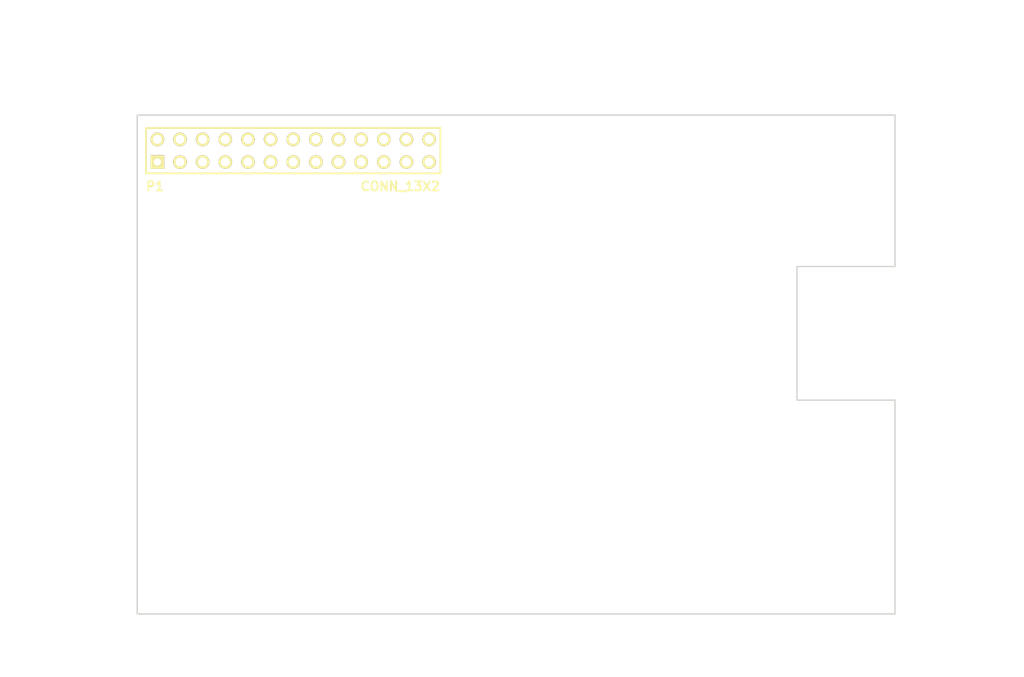
<source format=kicad_pcb>
(kicad_pcb (version 3) (host pcbnew "(2012-11-30 BZR 3829)-testing")

  (general
    (links 0)
    (no_connects 0)
    (area 127.606667 112.000001 242.964763 190.8)
    (thickness 1.6)
    (drawings 41)
    (tracks 0)
    (zones 0)
    (modules 1)
    (nets 4)
  )

  (page A3)
  (title_block
    (date "15 nov 2012")
  )

  (layers
    (15 F.Cu signal)
    (0 B.Cu signal)
    (16 B.Adhes user)
    (17 F.Adhes user)
    (18 B.Paste user)
    (19 F.Paste user)
    (20 B.SilkS user)
    (21 F.SilkS user)
    (22 B.Mask user)
    (23 F.Mask user)
    (24 Dwgs.User user)
    (25 Cmts.User user)
    (26 Eco1.User user)
    (27 Eco2.User user)
    (28 Edge.Cuts user)
  )

  (setup
    (last_trace_width 0.2)
    (trace_clearance 0.2)
    (zone_clearance 0.508)
    (zone_45_only no)
    (trace_min 0.1524)
    (segment_width 0.2)
    (edge_width 0.15)
    (via_size 0.9)
    (via_drill 0.6)
    (via_min_size 0.8)
    (via_min_drill 0.5)
    (uvia_size 0.5)
    (uvia_drill 0.1)
    (uvias_allowed no)
    (uvia_min_size 0.5)
    (uvia_min_drill 0.1)
    (pcb_text_width 0.3)
    (pcb_text_size 1 1)
    (mod_edge_width 0.15)
    (mod_text_size 1 1)
    (mod_text_width 0.15)
    (pad_size 1 1)
    (pad_drill 0.6)
    (pad_to_mask_clearance 0)
    (aux_axis_origin 143.5 181)
    (visible_elements 7FFFFFFF)
    (pcbplotparams
      (layerselection 3178497)
      (usegerberextensions true)
      (excludeedgelayer true)
      (linewidth 152400)
      (plotframeref false)
      (viasonmask false)
      (mode 1)
      (useauxorigin false)
      (hpglpennumber 1)
      (hpglpenspeed 20)
      (hpglpendiameter 15)
      (hpglpenoverlay 2)
      (psnegative false)
      (psa4output false)
      (plotreference true)
      (plotvalue true)
      (plotothertext true)
      (plotinvisibletext false)
      (padsonsilk false)
      (subtractmaskfromsilk false)
      (outputformat 1)
      (mirror false)
      (drillshape 1)
      (scaleselection 1)
      (outputdirectory ""))
  )

  (net 0 "")
  (net 1 +3.3V)
  (net 2 +5V)
  (net 3 GND)

  (net_class Default "This is the default net class."
    (clearance 0.2)
    (trace_width 0.2)
    (via_dia 0.9)
    (via_drill 0.6)
    (uvia_dia 0.5)
    (uvia_drill 0.1)
    (add_net "")
    (add_net +3.3V)
    (add_net +5V)
    (add_net GND)
  )

  (net_class Power ""
    (clearance 0.2)
    (trace_width 0.5)
    (via_dia 1)
    (via_drill 0.7)
    (uvia_dia 0.5)
    (uvia_drill 0.1)
  )

  (module pin_array_13x2 (layer F.Cu) (tedit 50A55E7A) (tstamp 50A55DA3)
    (at 161 129)
    (descr "Double rangee de contacts 2 x 12 pins")
    (tags CONN)
    (path /50A55ABA)
    (fp_text reference P1 (at -15.5 4) (layer F.SilkS)
      (effects (font (size 1.016 1.016) (thickness 0.2032)))
    )
    (fp_text value CONN_13X2 (at 12 4) (layer F.SilkS)
      (effects (font (size 1.016 1.016) (thickness 0.2032)))
    )
    (fp_line (start -16.51 2.54) (end 16.51 2.54) (layer F.SilkS) (width 0.2032))
    (fp_line (start 16.51 -2.54) (end -16.51 -2.54) (layer F.SilkS) (width 0.2032))
    (fp_line (start -16.51 -2.54) (end -16.51 2.54) (layer F.SilkS) (width 0.2032))
    (fp_line (start 16.51 2.54) (end 16.51 -2.54) (layer F.SilkS) (width 0.2032))
    (pad 1 thru_hole rect (at -15.24 1.27) (size 1.524 1.524) (drill 0.8128)
      (layers *.Cu *.Mask F.SilkS)
      (net 1 +3.3V)
    )
    (pad 2 thru_hole circle (at -15.24 -1.27) (size 1.524 1.524) (drill 1.016)
      (layers *.Cu *.Mask F.SilkS)
      (net 2 +5V)
    )
    (pad 3 thru_hole circle (at -12.7 1.27) (size 1.524 1.524) (drill 1.016)
      (layers *.Cu *.Mask F.SilkS)
    )
    (pad 4 thru_hole circle (at -12.7 -1.27) (size 1.524 1.524) (drill 1.016)
      (layers *.Cu *.Mask F.SilkS)
    )
    (pad 5 thru_hole circle (at -10.16 1.27) (size 1.524 1.524) (drill 1.016)
      (layers *.Cu *.Mask F.SilkS)
    )
    (pad 6 thru_hole circle (at -10.16 -1.27) (size 1.524 1.524) (drill 1.016)
      (layers *.Cu *.Mask F.SilkS)
      (net 3 GND)
    )
    (pad 7 thru_hole circle (at -7.62 1.27) (size 1.524 1.524) (drill 1.016)
      (layers *.Cu *.Mask F.SilkS)
    )
    (pad 8 thru_hole circle (at -7.62 -1.27) (size 1.524 1.524) (drill 1.016)
      (layers *.Cu *.Mask F.SilkS)
    )
    (pad 9 thru_hole circle (at -5.08 1.27) (size 1.524 1.524) (drill 1.016)
      (layers *.Cu *.Mask F.SilkS)
    )
    (pad 10 thru_hole circle (at -5.08 -1.27) (size 1.524 1.524) (drill 1.016)
      (layers *.Cu *.Mask F.SilkS)
    )
    (pad 11 thru_hole circle (at -2.54 1.27) (size 1.524 1.524) (drill 1.016)
      (layers *.Cu *.Mask F.SilkS)
    )
    (pad 12 thru_hole circle (at -2.54 -1.27) (size 1.524 1.524) (drill 1.016)
      (layers *.Cu *.Mask F.SilkS)
    )
    (pad 13 thru_hole circle (at 0 1.27) (size 1.524 1.524) (drill 1.016)
      (layers *.Cu *.Mask F.SilkS)
    )
    (pad 14 thru_hole circle (at 0 -1.27) (size 1.524 1.524) (drill 1.016)
      (layers *.Cu *.Mask F.SilkS)
    )
    (pad 15 thru_hole circle (at 2.54 1.27) (size 1.524 1.524) (drill 1.016)
      (layers *.Cu *.Mask F.SilkS)
    )
    (pad 16 thru_hole circle (at 2.54 -1.27) (size 1.524 1.524) (drill 1.016)
      (layers *.Cu *.Mask F.SilkS)
    )
    (pad 17 thru_hole circle (at 5.08 1.27) (size 1.524 1.524) (drill 1.016)
      (layers *.Cu *.Mask F.SilkS)
    )
    (pad 18 thru_hole circle (at 5.08 -1.27) (size 1.524 1.524) (drill 1.016)
      (layers *.Cu *.Mask F.SilkS)
    )
    (pad 19 thru_hole circle (at 7.62 1.27) (size 1.524 1.524) (drill 1.016)
      (layers *.Cu *.Mask F.SilkS)
    )
    (pad 20 thru_hole circle (at 7.62 -1.27) (size 1.524 1.524) (drill 1.016)
      (layers *.Cu *.Mask F.SilkS)
    )
    (pad 21 thru_hole circle (at 10.16 1.27) (size 1.524 1.524) (drill 1.016)
      (layers *.Cu *.Mask F.SilkS)
    )
    (pad 22 thru_hole circle (at 10.16 -1.27) (size 1.524 1.524) (drill 1.016)
      (layers *.Cu *.Mask F.SilkS)
    )
    (pad 23 thru_hole circle (at 12.7 1.27) (size 1.524 1.524) (drill 1.016)
      (layers *.Cu *.Mask F.SilkS)
    )
    (pad 24 thru_hole circle (at 12.7 -1.27) (size 1.524 1.524) (drill 1.016)
      (layers *.Cu *.Mask F.SilkS)
    )
    (pad 25 thru_hole circle (at 15.24 1.27) (size 1.524 1.524) (drill 1.016)
      (layers *.Cu *.Mask F.SilkS)
    )
    (pad 26 thru_hole circle (at 15.24 -1.27) (size 1.524 1.524) (drill 1.016)
      (layers *.Cu *.Mask F.SilkS)
    )
    (model pin_array/pins_array_13x2.wrl
      (at (xyz 0 0 0))
      (scale (xyz 1 1 1))
      (rotate (xyz 0 0 0))
    )
  )

  (gr_text "RASPBERRY-PI ADDON BOARD\nVIEW FROM TOP\nNOTE: P1 SHOULD BE FITTED ON THE REVERSE OF THE BOARD" (at 144 183.5) (layer Dwgs.User)
    (effects (font (size 2 1.7) (thickness 0.12)) (justify left))
  )
  (dimension 56 (width 0.12) (layer Dwgs.User)
    (gr_text "56.000 mm" (at 132 153 90) (layer Dwgs.User)
      (effects (font (size 1 1) (thickness 0.12)))
    )
    (feature1 (pts (xy 143.5 125) (xy 131 125)))
    (feature2 (pts (xy 143.5 181) (xy 131 181)))
    (crossbar (pts (xy 133 181) (xy 133 125)))
    (arrow1a (pts (xy 133 125) (xy 133.58642 126.126503)))
    (arrow1b (pts (xy 133 125) (xy 132.41358 126.126503)))
    (arrow2a (pts (xy 133 181) (xy 133.58642 179.873497)))
    (arrow2b (pts (xy 133 181) (xy 132.41358 179.873497)))
  )
  (dimension 85 (width 0.12) (layer Dwgs.User)
    (gr_text "85.000 mm" (at 186 113.000001) (layer Dwgs.User)
      (effects (font (size 1 1) (thickness 0.12)))
    )
    (feature1 (pts (xy 228.5 125) (xy 228.5 112.000001)))
    (feature2 (pts (xy 143.5 125) (xy 143.5 112.000001)))
    (crossbar (pts (xy 143.5 114.000001) (xy 228.5 114.000001)))
    (arrow1a (pts (xy 228.5 114.000001) (xy 227.373497 114.586421)))
    (arrow1b (pts (xy 228.5 114.000001) (xy 227.373497 113.413581)))
    (arrow2a (pts (xy 143.5 114.000001) (xy 144.626503 114.586421)))
    (arrow2b (pts (xy 143.5 114.000001) (xy 144.626503 113.413581)))
  )
  (gr_text "RCA\nREMOVE WITH\nSTD HEADERS\n!NO TH ABOVE!" (at 188.5 118) (layer Dwgs.User)
    (effects (font (size 1 1) (thickness 0.12)))
  )
  (gr_text "1/8\" JACK\nOK WITH STD\nHEADERS\n!NO TH ABOVE!" (at 207.5 118) (layer Dwgs.User)
    (effects (font (size 1 1) (thickness 0.12)))
  )
  (gr_line (start 228.5 142) (end 228.5 125) (angle 90) (layer Edge.Cuts) (width 0.15))
  (gr_line (start 217.5 142) (end 228.5 142) (angle 90) (layer Edge.Cuts) (width 0.15))
  (gr_line (start 217.5 157) (end 217.5 142) (angle 90) (layer Edge.Cuts) (width 0.15))
  (gr_line (start 228.5 157) (end 217.5 157) (angle 90) (layer Edge.Cuts) (width 0.15))
  (gr_line (start 228.5 181) (end 228.5 157) (angle 90) (layer Edge.Cuts) (width 0.15))
  (gr_text "DOUBLE USB\nCUTOUT FOR ALL\nBOARDS" (at 236.5 149) (layer Dwgs.User)
    (effects (font (size 1 1) (thickness 0.12)))
  )
  (gr_text "RJ45\nCUTOUT FOR STD\nHEADERS\n!NO TH ABOVE!" (at 236.5 170) (layer Dwgs.User)
    (effects (font (size 1 1) (thickness 0.12)))
  )
  (gr_line (start 207.5 181) (end 228.5 162) (angle 90) (layer Dwgs.User) (width 0.2))
  (gr_line (start 207.5 162) (end 228.5 181) (angle 90) (layer Dwgs.User) (width 0.2))
  (gr_line (start 207.5 162) (end 228.5 162) (angle 90) (layer Dwgs.User) (width 0.2))
  (gr_line (start 207.5 181) (end 207.5 162) (angle 90) (layer Dwgs.User) (width 0.2))
  (gr_line (start 228.5 181) (end 207.5 181) (angle 90) (layer Dwgs.User) (width 0.2))
  (gr_line (start 228.5 162) (end 228.5 181) (angle 90) (layer Dwgs.User) (width 0.2))
  (gr_line (start 217.5 157) (end 228.5 142) (angle 90) (layer Dwgs.User) (width 0.2))
  (gr_line (start 217.5 142) (end 228.5 157) (angle 90) (layer Dwgs.User) (width 0.2))
  (gr_line (start 217.5 142) (end 228.5 142) (angle 90) (layer Dwgs.User) (width 0.2))
  (gr_line (start 217.5 157) (end 217.5 142) (angle 90) (layer Dwgs.User) (width 0.2))
  (gr_line (start 228.5 157) (end 217.5 157) (angle 90) (layer Dwgs.User) (width 0.2))
  (gr_line (start 228.5 142) (end 228.5 157) (angle 90) (layer Dwgs.User) (width 0.2))
  (gr_line (start 182.5 125) (end 194.5 139) (angle 90) (layer Dwgs.User) (width 0.2))
  (gr_line (start 182.5 139) (end 194.5 125) (angle 90) (layer Dwgs.User) (width 0.2))
  (gr_line (start 194.5 139) (end 194.5 138) (angle 90) (layer Dwgs.User) (width 0.2))
  (gr_line (start 182.5 139) (end 194.5 139) (angle 90) (layer Dwgs.User) (width 0.2))
  (gr_line (start 182.5 138) (end 182.5 139) (angle 90) (layer Dwgs.User) (width 0.2))
  (gr_line (start 214.5 125) (end 200.5 138) (angle 90) (layer Dwgs.User) (width 0.2))
  (gr_line (start 200.5 125) (end 214.5 138) (angle 90) (layer Dwgs.User) (width 0.2))
  (gr_line (start 200.5 138) (end 200.5 125) (angle 90) (layer Dwgs.User) (width 0.2))
  (gr_line (start 214.5 138) (end 200.5 138) (angle 90) (layer Dwgs.User) (width 0.2))
  (gr_line (start 214.5 125) (end 214.5 138) (angle 90) (layer Dwgs.User) (width 0.2))
  (gr_line (start 200.5 125) (end 214.5 125) (angle 90) (layer Dwgs.User) (width 0.2))
  (gr_line (start 194.5 125) (end 182.5 125) (angle 90) (layer Dwgs.User) (width 0.2))
  (gr_line (start 194.5 138) (end 194.5 125) (angle 90) (layer Dwgs.User) (width 0.2))
  (gr_line (start 182.5 125) (end 182.5 138) (angle 90) (layer Dwgs.User) (width 0.2))
  (gr_line (start 228.5 125) (end 143.5 125) (angle 90) (layer Edge.Cuts) (width 0.15))
  (gr_line (start 143.5 181) (end 228.5 181) (angle 90) (layer Edge.Cuts) (width 0.15))
  (gr_line (start 143.5 125) (end 143.5 181) (angle 90) (layer Edge.Cuts) (width 0.15))



)

</source>
